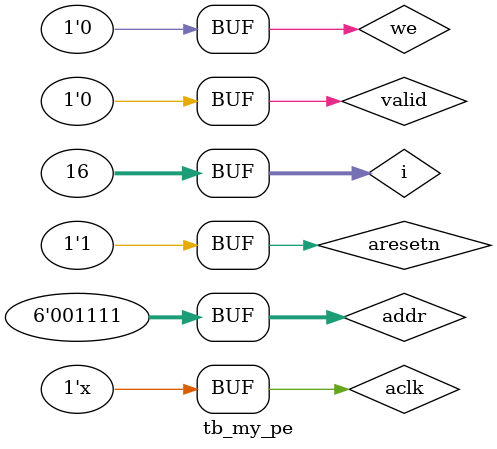
<source format=v>
`timescale 1ns / 1ps


module tb_my_pe();

parameter L_RAM_SIZE = 6;

    //clk/reset
    reg aclk;
    reg aresetn;
    //port A
    reg [31:0] ain;
    //peram -> port B
    reg [31:0] din;
    reg [L_RAM_SIZE-1:0] addr;
    reg we;
    //integrated valid signal
    reg valid;
    //computation result
    wire dvalid;
    wire [31:0] dout;
    
    //for test
    integer i;
    //random test vector generation
    initial begin   
        aclk <= 1;
        valid = 0;
        we = 1;
        aresetn = 1;
        for(i=0; i<16; i=i+1) begin
            addr = i;
            din = $urandom%(2**31);
            #10;
        end
        valid = 1;
        we = 0;
        for(i=0; i<16; i=i+1) begin
            addr = i;
            ain = $urandom%(2**31);
            #160;
        end
        valid = 0;       
    end
    always #5 aclk = ~aclk;

    my_pe #() pe (
        .aclk(aclk),
        .aresetn(aresetn),
        .ain(ain),
        .din(din),
        .addr(addr),
        .we(we),
        .valid(valid),
        .dvalid(dvalid),
        .dout(dout)
    );

endmodule

</source>
